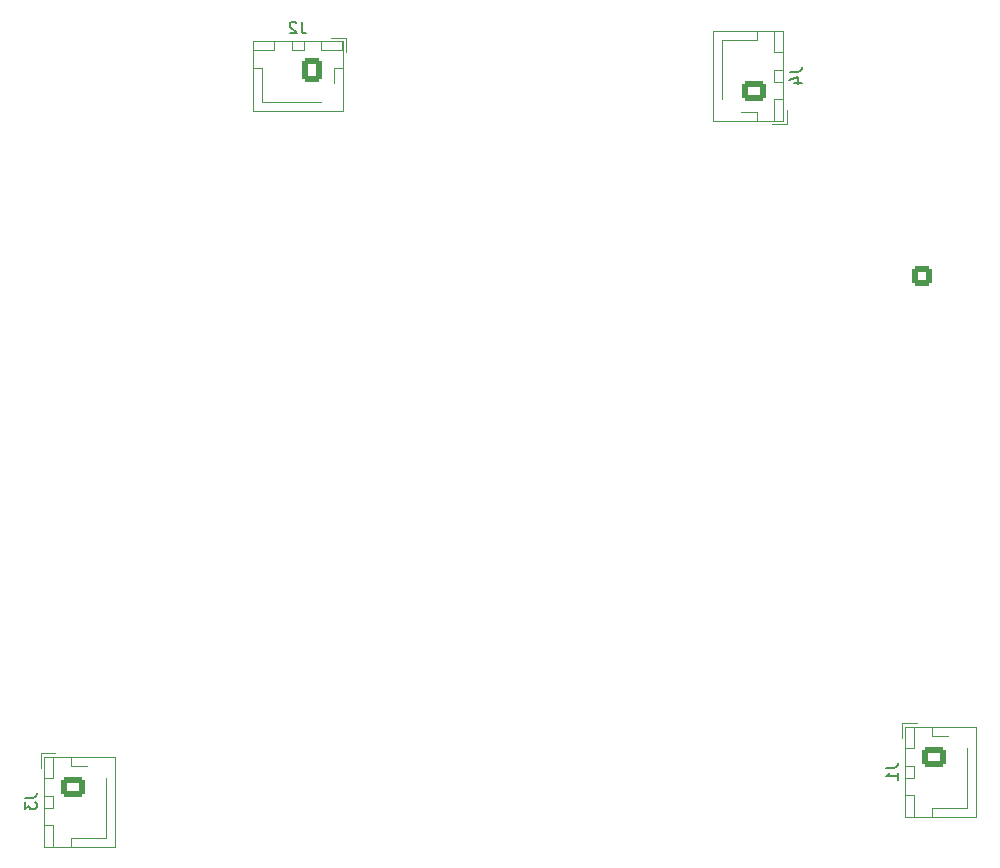
<source format=gbo>
%TF.GenerationSoftware,KiCad,Pcbnew,8.0.4*%
%TF.CreationDate,2024-12-12T22:54:30-05:00*%
%TF.ProjectId,Roboballers Pcb,526f626f-6261-46c6-9c65-727320506362,rev?*%
%TF.SameCoordinates,Original*%
%TF.FileFunction,Legend,Bot*%
%TF.FilePolarity,Positive*%
%FSLAX46Y46*%
G04 Gerber Fmt 4.6, Leading zero omitted, Abs format (unit mm)*
G04 Created by KiCad (PCBNEW 8.0.4) date 2024-12-12 22:54:30*
%MOMM*%
%LPD*%
G01*
G04 APERTURE LIST*
G04 Aperture macros list*
%AMRoundRect*
0 Rectangle with rounded corners*
0 $1 Rounding radius*
0 $2 $3 $4 $5 $6 $7 $8 $9 X,Y pos of 4 corners*
0 Add a 4 corners polygon primitive as box body*
4,1,4,$2,$3,$4,$5,$6,$7,$8,$9,$2,$3,0*
0 Add four circle primitives for the rounded corners*
1,1,$1+$1,$2,$3*
1,1,$1+$1,$4,$5*
1,1,$1+$1,$6,$7*
1,1,$1+$1,$8,$9*
0 Add four rect primitives between the rounded corners*
20,1,$1+$1,$2,$3,$4,$5,0*
20,1,$1+$1,$4,$5,$6,$7,0*
20,1,$1+$1,$6,$7,$8,$9,0*
20,1,$1+$1,$8,$9,$2,$3,0*%
%AMRotRect*
0 Rectangle, with rotation*
0 The origin of the aperture is its center*
0 $1 length*
0 $2 width*
0 $3 Rotation angle, in degrees counterclockwise*
0 Add horizontal line*
21,1,$1,$2,0,0,$3*%
G04 Aperture macros list end*
%ADD10C,0.150000*%
%ADD11C,0.120000*%
%ADD12R,1.219200X1.219200*%
%ADD13C,1.219200*%
%ADD14R,1.600000X1.600000*%
%ADD15O,1.600000X1.600000*%
%ADD16RotRect,1.219200X1.219200X255.000000*%
%ADD17RotRect,1.219200X1.219200X105.000000*%
%ADD18RotRect,1.219200X1.219200X165.000000*%
%ADD19C,1.700000*%
%ADD20RotRect,1.219200X1.219200X300.000000*%
%ADD21RotRect,1.219200X1.219200X150.000000*%
%ADD22R,1.800000X1.800000*%
%ADD23C,1.800000*%
%ADD24RotRect,1.219200X1.219200X225.000000*%
%ADD25RotRect,1.219200X1.219200X30.000000*%
%ADD26RotRect,1.219200X1.219200X135.000000*%
%ADD27RotRect,1.219200X1.219200X240.000000*%
%ADD28O,2.000000X6.000000*%
%ADD29RotRect,1.219200X1.219200X60.000000*%
%ADD30RotRect,1.219200X1.219200X210.000000*%
%ADD31RotRect,1.219200X1.219200X120.000000*%
%ADD32RoundRect,0.250000X-0.600000X-0.600000X0.600000X-0.600000X0.600000X0.600000X-0.600000X0.600000X0*%
%ADD33R,1.295400X1.295400*%
%ADD34C,1.295400*%
%ADD35C,1.498600*%
%ADD36C,1.600000*%
%ADD37RotRect,1.219200X1.219200X285.000000*%
%ADD38RotRect,1.219200X1.219200X15.000000*%
%ADD39C,1.524000*%
%ADD40RotRect,1.219200X1.219200X195.000000*%
%ADD41RotRect,1.219200X1.219200X345.000000*%
%ADD42RotRect,1.219200X1.219200X75.000000*%
%ADD43RotRect,1.219200X1.219200X45.000000*%
%ADD44R,1.700000X1.700000*%
%ADD45O,1.700000X1.700000*%
%ADD46RotRect,1.219200X1.219200X330.000000*%
%ADD47RotRect,1.219200X1.219200X315.000000*%
%ADD48R,2.600000X2.600000*%
%ADD49C,2.600000*%
%ADD50C,1.200000*%
%ADD51RoundRect,0.250000X-0.750000X0.600000X-0.750000X-0.600000X0.750000X-0.600000X0.750000X0.600000X0*%
%ADD52O,2.000000X1.700000*%
%ADD53RoundRect,0.250000X0.600000X0.750000X-0.600000X0.750000X-0.600000X-0.750000X0.600000X-0.750000X0*%
%ADD54O,1.700000X2.000000*%
%ADD55RoundRect,0.250000X0.750000X-0.600000X0.750000X0.600000X-0.750000X0.600000X-0.750000X-0.600000X0*%
G04 APERTURE END LIST*
D10*
X58371819Y-122602666D02*
X59086104Y-122602666D01*
X59086104Y-122602666D02*
X59228961Y-122555047D01*
X59228961Y-122555047D02*
X59324200Y-122459809D01*
X59324200Y-122459809D02*
X59371819Y-122316952D01*
X59371819Y-122316952D02*
X59371819Y-122221714D01*
X58371819Y-122983619D02*
X58371819Y-123602666D01*
X58371819Y-123602666D02*
X58752771Y-123269333D01*
X58752771Y-123269333D02*
X58752771Y-123412190D01*
X58752771Y-123412190D02*
X58800390Y-123507428D01*
X58800390Y-123507428D02*
X58848009Y-123555047D01*
X58848009Y-123555047D02*
X58943247Y-123602666D01*
X58943247Y-123602666D02*
X59181342Y-123602666D01*
X59181342Y-123602666D02*
X59276580Y-123555047D01*
X59276580Y-123555047D02*
X59324200Y-123507428D01*
X59324200Y-123507428D02*
X59371819Y-123412190D01*
X59371819Y-123412190D02*
X59371819Y-123126476D01*
X59371819Y-123126476D02*
X59324200Y-123031238D01*
X59324200Y-123031238D02*
X59276580Y-122983619D01*
X131286819Y-120082666D02*
X132001104Y-120082666D01*
X132001104Y-120082666D02*
X132143961Y-120035047D01*
X132143961Y-120035047D02*
X132239200Y-119939809D01*
X132239200Y-119939809D02*
X132286819Y-119796952D01*
X132286819Y-119796952D02*
X132286819Y-119701714D01*
X132286819Y-121082666D02*
X132286819Y-120511238D01*
X132286819Y-120796952D02*
X131286819Y-120796952D01*
X131286819Y-120796952D02*
X131429676Y-120701714D01*
X131429676Y-120701714D02*
X131524914Y-120606476D01*
X131524914Y-120606476D02*
X131572533Y-120511238D01*
X81811333Y-56896819D02*
X81811333Y-57611104D01*
X81811333Y-57611104D02*
X81858952Y-57753961D01*
X81858952Y-57753961D02*
X81954190Y-57849200D01*
X81954190Y-57849200D02*
X82097047Y-57896819D01*
X82097047Y-57896819D02*
X82192285Y-57896819D01*
X81382761Y-56992057D02*
X81335142Y-56944438D01*
X81335142Y-56944438D02*
X81239904Y-56896819D01*
X81239904Y-56896819D02*
X81001809Y-56896819D01*
X81001809Y-56896819D02*
X80906571Y-56944438D01*
X80906571Y-56944438D02*
X80858952Y-56992057D01*
X80858952Y-56992057D02*
X80811333Y-57087295D01*
X80811333Y-57087295D02*
X80811333Y-57182533D01*
X80811333Y-57182533D02*
X80858952Y-57325390D01*
X80858952Y-57325390D02*
X81430380Y-57896819D01*
X81430380Y-57896819D02*
X80811333Y-57896819D01*
X123146819Y-61154666D02*
X123861104Y-61154666D01*
X123861104Y-61154666D02*
X124003961Y-61107047D01*
X124003961Y-61107047D02*
X124099200Y-61011809D01*
X124099200Y-61011809D02*
X124146819Y-60868952D01*
X124146819Y-60868952D02*
X124146819Y-60773714D01*
X123480152Y-62059428D02*
X124146819Y-62059428D01*
X123099200Y-61821333D02*
X123813485Y-61583238D01*
X123813485Y-61583238D02*
X123813485Y-62202285D01*
D11*
%TO.C,J3*%
X59717000Y-118836000D02*
X59717000Y-120086000D01*
X60007000Y-119126000D02*
X60007000Y-126746000D01*
X60007000Y-126746000D02*
X65977000Y-126746000D01*
X60017000Y-119136000D02*
X60017000Y-120936000D01*
X60017000Y-120936000D02*
X60767000Y-120936000D01*
X60017000Y-122436000D02*
X60017000Y-123436000D01*
X60017000Y-123436000D02*
X60767000Y-123436000D01*
X60017000Y-124936000D02*
X60017000Y-126736000D01*
X60017000Y-126736000D02*
X60767000Y-126736000D01*
X60767000Y-119136000D02*
X60017000Y-119136000D01*
X60767000Y-120936000D02*
X60767000Y-119136000D01*
X60767000Y-122436000D02*
X60017000Y-122436000D01*
X60767000Y-123436000D02*
X60767000Y-122436000D01*
X60767000Y-124936000D02*
X60017000Y-124936000D01*
X60767000Y-126736000D02*
X60767000Y-124936000D01*
X60967000Y-118836000D02*
X59717000Y-118836000D01*
X62267000Y-119886000D02*
X62267000Y-119136000D01*
X62267000Y-125986000D02*
X62267000Y-126736000D01*
X63607000Y-119886000D02*
X62267000Y-119886000D01*
X65217000Y-120946000D02*
X65217000Y-122936000D01*
X65217000Y-122936000D02*
X65217000Y-125986000D01*
X65217000Y-125986000D02*
X62267000Y-125986000D01*
X65977000Y-119126000D02*
X60007000Y-119126000D01*
X65977000Y-126746000D02*
X65977000Y-119126000D01*
%TO.C,J1*%
X132632000Y-116316000D02*
X132632000Y-117566000D01*
X132922000Y-116606000D02*
X132922000Y-124226000D01*
X132922000Y-124226000D02*
X138892000Y-124226000D01*
X132932000Y-116616000D02*
X132932000Y-118416000D01*
X132932000Y-118416000D02*
X133682000Y-118416000D01*
X132932000Y-119916000D02*
X132932000Y-120916000D01*
X132932000Y-120916000D02*
X133682000Y-120916000D01*
X132932000Y-122416000D02*
X132932000Y-124216000D01*
X132932000Y-124216000D02*
X133682000Y-124216000D01*
X133682000Y-116616000D02*
X132932000Y-116616000D01*
X133682000Y-118416000D02*
X133682000Y-116616000D01*
X133682000Y-119916000D02*
X132932000Y-119916000D01*
X133682000Y-120916000D02*
X133682000Y-119916000D01*
X133682000Y-122416000D02*
X132932000Y-122416000D01*
X133682000Y-124216000D02*
X133682000Y-122416000D01*
X133882000Y-116316000D02*
X132632000Y-116316000D01*
X135182000Y-117366000D02*
X135182000Y-116616000D01*
X135182000Y-123466000D02*
X135182000Y-124216000D01*
X136522000Y-117366000D02*
X135182000Y-117366000D01*
X138132000Y-118426000D02*
X138132000Y-120416000D01*
X138132000Y-120416000D02*
X138132000Y-123466000D01*
X138132000Y-123466000D02*
X135182000Y-123466000D01*
X138892000Y-116606000D02*
X132922000Y-116606000D01*
X138892000Y-124226000D02*
X138892000Y-116606000D01*
%TO.C,J2*%
X77668000Y-58532000D02*
X77668000Y-64502000D01*
X77668000Y-64502000D02*
X85288000Y-64502000D01*
X77678000Y-58542000D02*
X77678000Y-59292000D01*
X77678000Y-59292000D02*
X79478000Y-59292000D01*
X78428000Y-60792000D02*
X77678000Y-60792000D01*
X78428000Y-63742000D02*
X78428000Y-60792000D01*
X79478000Y-58542000D02*
X77678000Y-58542000D01*
X79478000Y-59292000D02*
X79478000Y-58542000D01*
X80978000Y-58542000D02*
X80978000Y-59292000D01*
X80978000Y-59292000D02*
X81978000Y-59292000D01*
X81478000Y-63742000D02*
X78428000Y-63742000D01*
X81978000Y-58542000D02*
X80978000Y-58542000D01*
X81978000Y-59292000D02*
X81978000Y-58542000D01*
X83468000Y-63742000D02*
X81478000Y-63742000D01*
X83478000Y-58542000D02*
X83478000Y-59292000D01*
X83478000Y-59292000D02*
X85278000Y-59292000D01*
X84528000Y-60792000D02*
X85278000Y-60792000D01*
X84528000Y-62132000D02*
X84528000Y-60792000D01*
X85278000Y-58542000D02*
X83478000Y-58542000D01*
X85278000Y-59292000D02*
X85278000Y-58542000D01*
X85288000Y-58532000D02*
X77668000Y-58532000D01*
X85288000Y-64502000D02*
X85288000Y-58532000D01*
X85578000Y-58242000D02*
X84328000Y-58242000D01*
X85578000Y-59492000D02*
X85578000Y-58242000D01*
%TO.C,J4*%
X116632000Y-57678000D02*
X116632000Y-65298000D01*
X116632000Y-65298000D02*
X122602000Y-65298000D01*
X117392000Y-58438000D02*
X120342000Y-58438000D01*
X117392000Y-61488000D02*
X117392000Y-58438000D01*
X117392000Y-63478000D02*
X117392000Y-61488000D01*
X119002000Y-64538000D02*
X120342000Y-64538000D01*
X120342000Y-58438000D02*
X120342000Y-57688000D01*
X120342000Y-64538000D02*
X120342000Y-65288000D01*
X121642000Y-65588000D02*
X122892000Y-65588000D01*
X121842000Y-57688000D02*
X121842000Y-59488000D01*
X121842000Y-59488000D02*
X122592000Y-59488000D01*
X121842000Y-60988000D02*
X121842000Y-61988000D01*
X121842000Y-61988000D02*
X122592000Y-61988000D01*
X121842000Y-63488000D02*
X121842000Y-65288000D01*
X121842000Y-65288000D02*
X122592000Y-65288000D01*
X122592000Y-57688000D02*
X121842000Y-57688000D01*
X122592000Y-59488000D02*
X122592000Y-57688000D01*
X122592000Y-60988000D02*
X121842000Y-60988000D01*
X122592000Y-61988000D02*
X122592000Y-60988000D01*
X122592000Y-63488000D02*
X121842000Y-63488000D01*
X122592000Y-65288000D02*
X122592000Y-63488000D01*
X122602000Y-57678000D02*
X116632000Y-57678000D01*
X122602000Y-65298000D02*
X122602000Y-57678000D01*
X122892000Y-65588000D02*
X122892000Y-64338000D01*
%TD*%
%LPC*%
D12*
%TO.C,U16*%
X97460000Y-154006000D03*
D13*
X100000000Y-154006000D03*
X102540000Y-154006000D03*
%TD*%
D14*
%TO.C,U28*%
X56911000Y-114036000D03*
D15*
X59451000Y-114036000D03*
X61991000Y-114036000D03*
X64531000Y-114036000D03*
X67071000Y-114036000D03*
X69611000Y-114036000D03*
X72151000Y-114036000D03*
X74691000Y-114036000D03*
X74691000Y-106416000D03*
X72151000Y-106416000D03*
X69611000Y-106416000D03*
X67071000Y-106416000D03*
X64531000Y-106416000D03*
X61991000Y-106416000D03*
X59451000Y-106416000D03*
X56911000Y-106416000D03*
%TD*%
D16*
%TO.C,U32*%
X48491605Y-83568795D03*
D13*
X47834204Y-86022247D03*
X47176804Y-88475699D03*
%TD*%
D17*
%TO.C,U35*%
X152823196Y-88475699D03*
D13*
X152165796Y-86022247D03*
X151508395Y-83568795D03*
%TD*%
D18*
%TO.C,U25*%
X116431205Y-48491605D03*
D13*
X113977753Y-47834204D03*
X111524301Y-47176804D03*
%TD*%
D19*
%TO.C,U11*%
X83871000Y-116921000D03*
X83871000Y-119461000D03*
X83871000Y-122001000D03*
X83871000Y-124541000D03*
X83871000Y-127081000D03*
X83871000Y-129621000D03*
X83871000Y-132161000D03*
X83871000Y-134701000D03*
X116129000Y-116921000D03*
X116129000Y-119461000D03*
X116129000Y-122001000D03*
X116129000Y-124541000D03*
X116129000Y-127081000D03*
X116129000Y-129621000D03*
X116129000Y-132161000D03*
X116129000Y-134701000D03*
%TD*%
D12*
%TO.C,U30*%
X45994000Y-97460000D03*
D13*
X45994000Y-100000000D03*
X45994000Y-102540000D03*
%TD*%
D20*
%TO.C,U24*%
X51959404Y-124803295D03*
D13*
X53229404Y-127003000D03*
X54499404Y-129202705D03*
%TD*%
D21*
%TO.C,U29*%
X129202705Y-54499404D03*
D13*
X127003000Y-53229404D03*
X124803295Y-51959404D03*
%TD*%
D22*
%TO.C,D1*%
X109831000Y-89642000D03*
D23*
X109831000Y-87102000D03*
%TD*%
D24*
%TO.C,U36*%
X63608009Y-60015906D03*
D13*
X61811957Y-61811957D03*
X60015906Y-63608009D03*
%TD*%
D25*
%TO.C,U13*%
X124803295Y-148040596D03*
D13*
X127003000Y-146770596D03*
X129202705Y-145500596D03*
%TD*%
D14*
%TO.C,U12*%
X121920000Y-117094000D03*
D15*
X121920000Y-119634000D03*
X121920000Y-122174000D03*
X121920000Y-124714000D03*
X121920000Y-127254000D03*
X121920000Y-129794000D03*
X121920000Y-132334000D03*
X121920000Y-134874000D03*
X129540000Y-134874000D03*
X129540000Y-132334000D03*
X129540000Y-129794000D03*
X129540000Y-127254000D03*
X129540000Y-124714000D03*
X129540000Y-122174000D03*
X129540000Y-119634000D03*
X129540000Y-117094000D03*
%TD*%
D26*
%TO.C,U31*%
X139984094Y-63608009D03*
D13*
X138188043Y-61811957D03*
X136391991Y-60015906D03*
%TD*%
D27*
%TO.C,U34*%
X54499404Y-70797295D03*
D13*
X53229404Y-72997000D03*
X51959404Y-75196705D03*
%TD*%
D28*
%TO.C,U17*%
X103000000Y-141000000D03*
X110100000Y-141000000D03*
%TD*%
D29*
%TO.C,U9*%
X145500596Y-129202705D03*
D13*
X146770596Y-127003000D03*
X148040596Y-124803295D03*
%TD*%
D30*
%TO.C,U19*%
X75196705Y-51959404D03*
D13*
X72997000Y-53229404D03*
X70797295Y-54499404D03*
%TD*%
D31*
%TO.C,U33*%
X148040596Y-75196705D03*
D13*
X146770596Y-72997000D03*
X145500596Y-70797295D03*
%TD*%
D32*
%TO.C,J7*%
X134366000Y-78460000D03*
D19*
X136906000Y-78460000D03*
X134366000Y-81000000D03*
X136906000Y-81000000D03*
X134366000Y-83540000D03*
X136906000Y-83540000D03*
X134366000Y-86080000D03*
X136906000Y-86080000D03*
X134366000Y-88620000D03*
X136906000Y-88620000D03*
%TD*%
D33*
%TO.C,SW1*%
X74672000Y-137160000D03*
D34*
X76672000Y-137160000D03*
X78672001Y-137160000D03*
D35*
X72571999Y-137160000D03*
X80772000Y-137160000D03*
%TD*%
D33*
%TO.C,SW2*%
X74672000Y-131572000D03*
D34*
X76672000Y-131572000D03*
X78672001Y-131572000D03*
D35*
X72571999Y-131572000D03*
X80772000Y-131572000D03*
%TD*%
D36*
%TO.C,R40*%
X105181000Y-89442000D03*
X105181000Y-86902000D03*
%TD*%
D37*
%TO.C,U26*%
X47176804Y-111524301D03*
D13*
X47834204Y-113977753D03*
X48491605Y-116431205D03*
%TD*%
D38*
%TO.C,U14*%
X111524301Y-152823196D03*
D13*
X113977753Y-152165796D03*
X116431205Y-151508395D03*
%TD*%
D39*
%TO.C,U15*%
X56810000Y-91542000D03*
X56810000Y-94082000D03*
X56810000Y-96622000D03*
X56810000Y-99162000D03*
X56810000Y-101702000D03*
X75270000Y-91542000D03*
X75270000Y-96622000D03*
X75270000Y-101702000D03*
X75270000Y-94082000D03*
X75270000Y-99162000D03*
%TD*%
D40*
%TO.C,U21*%
X88475699Y-47176804D03*
D13*
X86022247Y-47834204D03*
X83568795Y-48491605D03*
%TD*%
D41*
%TO.C,U18*%
X83568795Y-151508395D03*
D13*
X86022247Y-152165796D03*
X88475699Y-152823196D03*
%TD*%
D12*
%TO.C,U23*%
X102540000Y-45994000D03*
D13*
X100000000Y-45994000D03*
X97460000Y-45994000D03*
%TD*%
D12*
%TO.C,U6*%
X154006000Y-102540000D03*
D13*
X154006000Y-100000000D03*
X154006000Y-97460000D03*
%TD*%
D42*
%TO.C,U8*%
X151508395Y-116431205D03*
D13*
X152165796Y-113977753D03*
X152823196Y-111524301D03*
%TD*%
D33*
%TO.C,SW3*%
X74672000Y-125984000D03*
D34*
X76672000Y-125984000D03*
X78672001Y-125984000D03*
D35*
X72571999Y-125984000D03*
X80772000Y-125984000D03*
%TD*%
D43*
%TO.C,U10*%
X136391991Y-139984094D03*
D13*
X138188043Y-138188043D03*
X139984094Y-136391991D03*
%TD*%
D14*
%TO.C,U5*%
X68834000Y-83058000D03*
D36*
X71374000Y-83058000D03*
X73914000Y-83058000D03*
X76454000Y-83058000D03*
X78994000Y-83058000D03*
X81534000Y-83058000D03*
X84074000Y-83058000D03*
X86614000Y-83058000D03*
X89154000Y-83058000D03*
X91694000Y-83058000D03*
X94234000Y-83058000D03*
X96774000Y-83058000D03*
X99314000Y-83058000D03*
X101854000Y-83058000D03*
X104394000Y-83058000D03*
X106934000Y-83058000D03*
X109474000Y-83058000D03*
X112014000Y-83058000D03*
X114554000Y-83058000D03*
X117094000Y-83058000D03*
X119634000Y-83058000D03*
X122174000Y-83058000D03*
X124714000Y-83058000D03*
X127254000Y-83058000D03*
X127254000Y-67818000D03*
X124714000Y-67818000D03*
X122174000Y-67818000D03*
X119634000Y-67818000D03*
X117094000Y-67818000D03*
X114554000Y-67818000D03*
X112014000Y-67818000D03*
X109474000Y-67818000D03*
X106934000Y-67818000D03*
X104394000Y-67818000D03*
X101854000Y-67818000D03*
X99314000Y-67818000D03*
X96774000Y-67818000D03*
X94234000Y-67818000D03*
X91694000Y-67818000D03*
X89154000Y-67818000D03*
X86614000Y-67818000D03*
X84074000Y-67818000D03*
X81534000Y-67818000D03*
X78994000Y-67818000D03*
X76454000Y-67818000D03*
X73914000Y-67818000D03*
X71374000Y-67818000D03*
X68834000Y-67818000D03*
%TD*%
D44*
%TO.C,J6*%
X120137000Y-139192000D03*
D45*
X122677000Y-139192000D03*
%TD*%
D46*
%TO.C,U20*%
X70797295Y-145500596D03*
D13*
X72997000Y-146770596D03*
X75196705Y-148040596D03*
%TD*%
D47*
%TO.C,U22*%
X60015906Y-136391991D03*
D13*
X61811957Y-138188043D03*
X63608009Y-139984094D03*
%TD*%
D33*
%TO.C,SW4*%
X74672000Y-120396000D03*
D34*
X76672000Y-120396000D03*
X78672001Y-120396000D03*
D35*
X72571999Y-120396000D03*
X80772000Y-120396000D03*
%TD*%
D14*
%TO.C,U27*%
X90932000Y-61976000D03*
D15*
X93472000Y-61976000D03*
X96012000Y-61976000D03*
X98552000Y-61976000D03*
X101092000Y-61976000D03*
X103632000Y-61976000D03*
X106172000Y-61976000D03*
X108712000Y-61976000D03*
X108712000Y-54356000D03*
X106172000Y-54356000D03*
X103632000Y-54356000D03*
X101092000Y-54356000D03*
X98552000Y-54356000D03*
X96012000Y-54356000D03*
X93472000Y-54356000D03*
X90932000Y-54356000D03*
%TD*%
D48*
%TO.C,U7*%
X121652000Y-98806000D03*
D49*
X126652000Y-98806000D03*
X131652000Y-98806000D03*
X136652000Y-98806000D03*
%TD*%
D50*
%TO.C,J3*%
X64467000Y-120086000D03*
D51*
X62467000Y-121686000D03*
D52*
X62467000Y-124186000D03*
%TD*%
D50*
%TO.C,J1*%
X137382000Y-117566000D03*
D51*
X135382000Y-119166000D03*
D52*
X135382000Y-121666000D03*
%TD*%
D50*
%TO.C,J2*%
X84328000Y-62992000D03*
D53*
X82728000Y-60992000D03*
D54*
X80228000Y-60992000D03*
%TD*%
D50*
%TO.C,J4*%
X118142000Y-64338000D03*
D55*
X120142000Y-62738000D03*
D52*
X120142000Y-60238000D03*
%TD*%
%LPD*%
M02*

</source>
